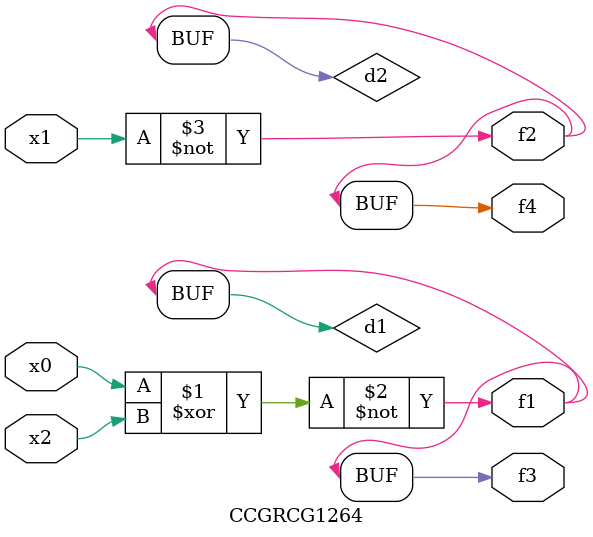
<source format=v>
module CCGRCG1264(
	input x0, x1, x2,
	output f1, f2, f3, f4
);

	wire d1, d2, d3;

	xnor (d1, x0, x2);
	nand (d2, x1);
	nor (d3, x1, x2);
	assign f1 = d1;
	assign f2 = d2;
	assign f3 = d1;
	assign f4 = d2;
endmodule

</source>
